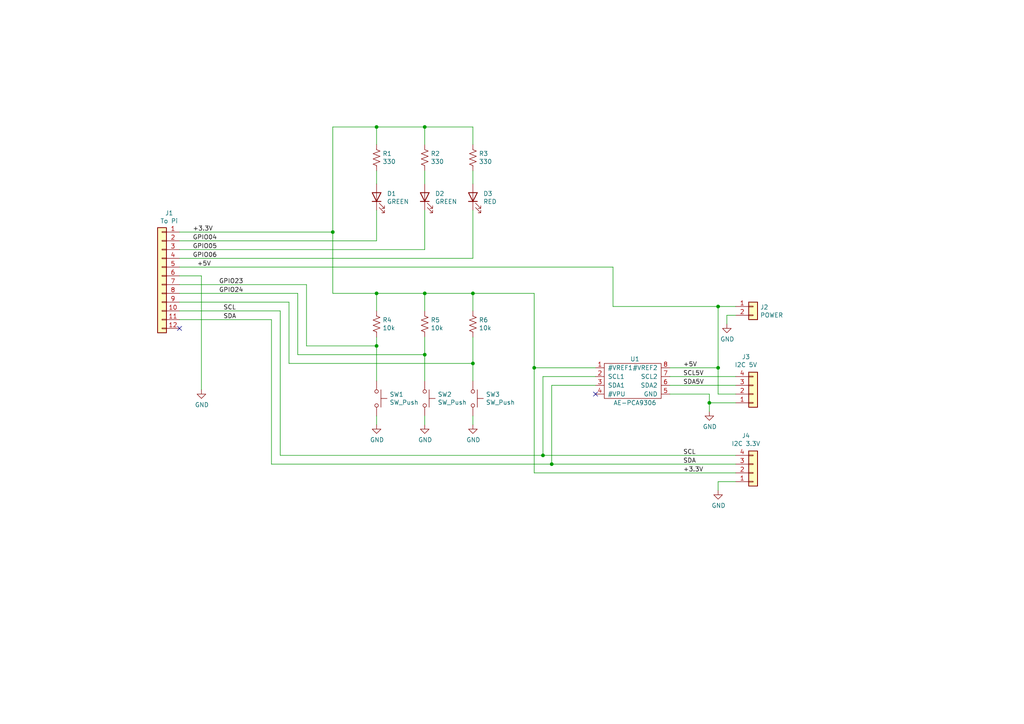
<source format=kicad_sch>
(kicad_sch (version 20230121) (generator eeschema)
  (paper "A4")
  (title_block (title "M915 Pi Generic Interface") (date "2022-04-04") (rev "0.00") (company "AMPSD Kyushu Univ. ") (comment 1 "M.Horimoto"))
  (lib_symbols
    (symbol "Akizuki:AE-PCA9306" (pin_names (offset 1.016))
      (property "Reference" "U" (at 0 8.89 0))
      (property "Value" "AE-PCA9306" (at 0 -6.35 0))
      (symbol "AE-PCA9306_0_1"
        (rectangle (start -8.89 6.35) (end 7.62 -3.81))
      )
      (symbol "AE-PCA9306_1_1"
        (pin power_in line (at -11.43 5.08 0) (length 2.54) (name "#VREF1") (number "1"))
        (pin bidirectional line (at -11.43 2.54 0) (length 2.54) (name "SCL1") (number "2"))
        (pin bidirectional line (at -11.43 0 0) (length 2.54) (name "SDA1") (number "3"))
        (pin power_in line (at -11.43 -2.54 0) (length 2.54) (name "#VPU") (number "4"))
        (pin passive line (at 10.16 -2.54 180) (length 2.54) (name "GND") (number "5"))
        (pin bidirectional line (at 10.16 0 180) (length 2.54) (name "SDA2") (number "6"))
        (pin bidirectional line (at 10.16 2.54 180) (length 2.54) (name "SCL2") (number "7"))
        (pin power_in line (at 10.16 5.08 180) (length 2.54) (name "#VREF2") (number "8"))
      )
    )
    (symbol "Connector_Generic:Conn_01x02" (pin_names (offset 1.016) hide)
      (property "Reference" "J" (at 0 2.54 0))
      (property "Value" "Conn_01x02" (at 0 -5.08 0))
      (symbol "Conn_01x02_1_1"
        (rectangle (start -1.27 -2.413) (end 0 -2.667) (stroke (width 0.1524)))
        (rectangle (start -1.27 0.127) (end 0 -0.127) (stroke (width 0.1524)))
        (rectangle (start -1.27 1.27) (end 1.27 -3.81) (stroke (width 0.254)) (fill (type background)))
        (pin passive line (at -5.08 0 0) (length 3.81) (name "Pin_1") (number "1"))
        (pin passive line (at -5.08 -2.54 0) (length 3.81) (name "Pin_2") (number "2"))
      )
    )
    (symbol "Connector_Generic:Conn_01x04" (pin_names (offset 1.016) hide)
      (property "Reference" "J" (at 0 5.08 0))
      (property "Value" "Conn_01x04" (at 0 -7.62 0))
      (symbol "Conn_01x04_1_1"
        (rectangle (start -1.27 -4.953) (end 0 -5.207) (stroke (width 0.1524)))
        (rectangle (start -1.27 -2.413) (end 0 -2.667) (stroke (width 0.1524)))
        (rectangle (start -1.27 0.127) (end 0 -0.127) (stroke (width 0.1524)))
        (rectangle (start -1.27 2.667) (end 0 2.413) (stroke (width 0.1524)))
        (rectangle (start -1.27 3.81) (end 1.27 -6.35) (stroke (width 0.254)) (fill (type background)))
        (pin passive line (at -5.08 2.54 0) (length 3.81) (name "Pin_1") (number "1"))
        (pin passive line (at -5.08 0 0) (length 3.81) (name "Pin_2") (number "2"))
        (pin passive line (at -5.08 -2.54 0) (length 3.81) (name "Pin_3") (number "3"))
        (pin passive line (at -5.08 -5.08 0) (length 3.81) (name "Pin_4") (number "4"))
      )
    )
    (symbol "Connector_Generic:Conn_01x12" (pin_names (offset 1.016) hide)
      (property "Reference" "J" (at 0 15.24 0))
      (property "Value" "Conn_01x12" (at 0 -17.78 0))
      (symbol "Conn_01x12_1_1"
        (rectangle (start -1.27 -15.113) (end 0 -15.367) (stroke (width 0.1524)))
        (rectangle (start -1.27 -12.573) (end 0 -12.827) (stroke (width 0.1524)))
        (rectangle (start -1.27 -10.033) (end 0 -10.287) (stroke (width 0.1524)))
        (rectangle (start -1.27 -7.493) (end 0 -7.747) (stroke (width 0.1524)))
        (rectangle (start -1.27 -4.953) (end 0 -5.207) (stroke (width 0.1524)))
        (rectangle (start -1.27 -2.413) (end 0 -2.667) (stroke (width 0.1524)))
        (rectangle (start -1.27 0.127) (end 0 -0.127) (stroke (width 0.1524)))
        (rectangle (start -1.27 2.667) (end 0 2.413) (stroke (width 0.1524)))
        (rectangle (start -1.27 5.207) (end 0 4.953) (stroke (width 0.1524)))
        (rectangle (start -1.27 7.747) (end 0 7.493) (stroke (width 0.1524)))
        (rectangle (start -1.27 10.287) (end 0 10.033) (stroke (width 0.1524)))
        (rectangle (start -1.27 12.827) (end 0 12.573) (stroke (width 0.1524)))
        (rectangle (start -1.27 13.97) (end 1.27 -16.51) (stroke (width 0.254)) (fill (type background)))
        (pin passive line (at -5.08 12.7 0) (length 3.81) (name "Pin_1") (number "1"))
        (pin passive line (at -5.08 -10.16 0) (length 3.81) (name "Pin_10") (number "10"))
        (pin passive line (at -5.08 -12.7 0) (length 3.81) (name "Pin_11") (number "11"))
        (pin passive line (at -5.08 -15.24 0) (length 3.81) (name "Pin_12") (number "12"))
        (pin passive line (at -5.08 10.16 0) (length 3.81) (name "Pin_2") (number "2"))
        (pin passive line (at -5.08 7.62 0) (length 3.81) (name "Pin_3") (number "3"))
        (pin passive line (at -5.08 5.08 0) (length 3.81) (name "Pin_4") (number "4"))
        (pin passive line (at -5.08 2.54 0) (length 3.81) (name "Pin_5") (number "5"))
        (pin passive line (at -5.08 0 0) (length 3.81) (name "Pin_6") (number "6"))
        (pin passive line (at -5.08 -2.54 0) (length 3.81) (name "Pin_7") (number "7"))
        (pin passive line (at -5.08 -5.08 0) (length 3.81) (name "Pin_8") (number "8"))
        (pin passive line (at -5.08 -7.62 0) (length 3.81) (name "Pin_9") (number "9"))
      )
    )
    (symbol "Device:LED" (pin_numbers hide) (pin_names (offset 1.016) hide)
      (property "Reference" "D" (at 0 2.54 0))
      (property "Value" "LED" (at 0 -2.54 0))
      (symbol "LED_0_1"
        (polyline (pts (xy -1.27 -1.27) (xy -1.27 1.27)) (stroke (width 0.254)))
        (polyline (pts (xy -1.27 0) (xy 1.27 0)))
        (polyline (pts (xy 1.27 -1.27) (xy 1.27 1.27) (xy -1.27 0) (xy 1.27 -1.27)) (stroke (width 0.254)))
        (polyline (pts (xy -3.048 -0.762) (xy -4.572 -2.286) (xy -3.81 -2.286) (xy -4.572 -2.286) (xy -4.572 -1.524)))
        (polyline (pts (xy -1.778 -0.762) (xy -3.302 -2.286) (xy -2.54 -2.286) (xy -3.302 -2.286) (xy -3.302 -1.524)))
      )
      (symbol "LED_1_1"
        (pin passive line (at -3.81 0 0) (length 2.54) (name "K") (number "1"))
        (pin passive line (at 3.81 0 180) (length 2.54) (name "A") (number "2"))
      )
    )
    (symbol "Device:R_US" (pin_numbers hide) (pin_names (offset 0))
      (property "Reference" "R" (at 2.54 0 90))
      (property "Value" "R_US" (at -2.54 0 90))
      (symbol "R_US_0_1"
        (polyline (pts (xy 0 -2.286) (xy 0 -2.54)))
        (polyline (pts (xy 0 2.286) (xy 0 2.54)))
        (polyline (pts (xy 0 -0.762) (xy 1.016 -1.143) (xy 0 -1.524) (xy -1.016 -1.905) (xy 0 -2.286)))
        (polyline (pts (xy 0 0.762) (xy 1.016 0.381) (xy 0 0) (xy -1.016 -0.381) (xy 0 -0.762)))
        (polyline (pts (xy 0 2.286) (xy 1.016 1.905) (xy 0 1.524) (xy -1.016 1.143) (xy 0 0.762)))
      )
      (symbol "R_US_1_1"
        (pin passive line (at 0 3.81 270) (length 1.27) (name "~") (number "1"))
        (pin passive line (at 0 -3.81 90) (length 1.27) (name "~") (number "2"))
      )
    )
    (symbol "Switch:SW_Push" (pin_numbers hide) (pin_names (offset 1.016) hide)
      (property "Reference" "SW" (at 1.27 2.54 0))
      (property "Value" "SW_Push" (at 0 -1.524 0))
      (symbol "SW_Push_0_1"
        (circle (center -2.032 0) (radius 0.508))
        (polyline (pts (xy 0 1.27) (xy 0 3.048)))
        (polyline (pts (xy 2.54 1.27) (xy -2.54 1.27)))
        (circle (center 2.032 0) (radius 0.508))
        (pin passive line (at -5.08 0 0) (length 2.54) (name "1") (number "1"))
        (pin passive line (at 5.08 0 180) (length 2.54) (name "2") (number "2"))
      )
    )
    (symbol "power:GND" (power) (pin_names (offset 0))
      (property "Value" "GND" (at 0 -3.81 0))
      (symbol "GND_0_1"
        (polyline (pts (xy 0 0) (xy 0 -1.27) (xy 1.27 -1.27) (xy 0 -2.54) (xy -1.27 -1.27) (xy 0 -1.27)))
      )
      (symbol "GND_1_1"
        (pin power_in line (at 0 0 270) (length 0) hide (name "GND") (number "1"))
      )
    )
  )
  (junction (at 109.22 36.83))
  (junction (at 123.19 85.09))
  (junction (at 109.22 85.09))
  (junction (at 208.28 106.68))
  (junction (at 109.22 100.33))
  (junction (at 205.74 116.84))
  (junction (at 160.02 134.62))
  (junction (at 123.19 36.83))
  (junction (at 96.52 67.31))
  (junction (at 154.94 106.68))
  (junction (at 157.48 132.08))
  (junction (at 208.28 88.9))
  (junction (at 137.16 85.09))
  (junction (at 123.19 102.87))
  (junction (at 137.16 105.41))
  (no_connect (at 172.72 114.3))
  (no_connect (at 52.07 95.25))
  (wire (pts (xy 109.22 97.79) (xy 109.22 100.33)))
  (wire (pts (xy 123.19 97.79) (xy 123.19 102.87)))
  (wire (pts (xy 81.28 90.17) (xy 52.07 90.17)))
  (wire (pts (xy 109.22 60.96) (xy 109.22 69.85)))
  (wire (pts (xy 194.31 114.3) (xy 205.74 114.3)))
  (wire (pts (xy 137.16 105.41) (xy 137.16 110.49)))
  (wire (pts (xy 160.02 111.76) (xy 160.02 134.62)))
  (wire (pts (xy 177.8 88.9) (xy 208.28 88.9)))
  (wire (pts (xy 52.07 77.47) (xy 177.8 77.47)))
  (wire (pts (xy 52.07 67.31) (xy 96.52 67.31)))
  (wire (pts (xy 123.19 36.83) (xy 137.16 36.83)))
  (wire (pts (xy 109.22 85.09) (xy 123.19 85.09)))
  (wire (pts (xy 160.02 134.62) (xy 78.74 134.62)))
  (wire (pts (xy 208.28 106.68) (xy 208.28 114.3)))
  (wire (pts (xy 137.16 74.93) (xy 52.07 74.93)))
  (wire (pts (xy 83.82 105.41) (xy 83.82 87.63)))
  (wire (pts (xy 88.9 82.55) (xy 52.07 82.55)))
  (wire (pts (xy 78.74 134.62) (xy 78.74 92.71)))
  (wire (pts (xy 123.19 85.09) (xy 137.16 85.09)))
  (wire (pts (xy 88.9 100.33) (xy 88.9 82.55)))
  (wire (pts (xy 157.48 132.08) (xy 81.28 132.08)))
  (wire (pts (xy 58.42 80.01) (xy 58.42 113.03)))
  (wire (pts (xy 208.28 139.7) (xy 208.28 142.24)))
  (wire (pts (xy 210.82 91.44) (xy 210.82 93.98)))
  (wire (pts (xy 109.22 100.33) (xy 109.22 110.49)))
  (wire (pts (xy 137.16 60.96) (xy 137.16 74.93)))
  (wire (pts (xy 109.22 90.17) (xy 109.22 85.09)))
  (wire (pts (xy 137.16 85.09) (xy 137.16 90.17)))
  (wire (pts (xy 123.19 72.39) (xy 123.19 60.96)))
  (wire (pts (xy 137.16 97.79) (xy 137.16 105.41)))
  (wire (pts (xy 208.28 114.3) (xy 213.36 114.3)))
  (wire (pts (xy 154.94 106.68) (xy 172.72 106.68)))
  (wire (pts (xy 208.28 88.9) (xy 208.28 106.68)))
  (wire (pts (xy 109.22 69.85) (xy 52.07 69.85)))
  (wire (pts (xy 154.94 106.68) (xy 154.94 137.16)))
  (wire (pts (xy 205.74 114.3) (xy 205.74 116.84)))
  (wire (pts (xy 172.72 111.76) (xy 160.02 111.76)))
  (wire (pts (xy 137.16 49.53) (xy 137.16 53.34)))
  (wire (pts (xy 154.94 85.09) (xy 154.94 106.68)))
  (wire (pts (xy 213.36 134.62) (xy 160.02 134.62)))
  (wire (pts (xy 123.19 102.87) (xy 86.36 102.87)))
  (wire (pts (xy 81.28 132.08) (xy 81.28 90.17)))
  (wire (pts (xy 109.22 120.65) (xy 109.22 123.19)))
  (wire (pts (xy 123.19 49.53) (xy 123.19 53.34)))
  (wire (pts (xy 109.22 100.33) (xy 88.9 100.33)))
  (wire (pts (xy 137.16 41.91) (xy 137.16 36.83)))
  (wire (pts (xy 123.19 102.87) (xy 123.19 110.49)))
  (wire (pts (xy 177.8 77.47) (xy 177.8 88.9)))
  (wire (pts (xy 52.07 72.39) (xy 123.19 72.39)))
  (wire (pts (xy 123.19 90.17) (xy 123.19 85.09)))
  (wire (pts (xy 208.28 88.9) (xy 213.36 88.9)))
  (wire (pts (xy 213.36 91.44) (xy 210.82 91.44)))
  (wire (pts (xy 194.31 109.22) (xy 213.36 109.22)))
  (wire (pts (xy 86.36 85.09) (xy 52.07 85.09)))
  (wire (pts (xy 154.94 137.16) (xy 213.36 137.16)))
  (wire (pts (xy 96.52 67.31) (xy 96.52 36.83)))
  (wire (pts (xy 194.31 106.68) (xy 208.28 106.68)))
  (wire (pts (xy 109.22 49.53) (xy 109.22 53.34)))
  (wire (pts (xy 205.74 116.84) (xy 205.74 119.38)))
  (wire (pts (xy 109.22 41.91) (xy 109.22 36.83)))
  (wire (pts (xy 123.19 41.91) (xy 123.19 36.83)))
  (wire (pts (xy 86.36 102.87) (xy 86.36 85.09)))
  (wire (pts (xy 52.07 80.01) (xy 58.42 80.01)))
  (wire (pts (xy 78.74 92.71) (xy 52.07 92.71)))
  (wire (pts (xy 137.16 105.41) (xy 83.82 105.41)))
  (wire (pts (xy 194.31 111.76) (xy 213.36 111.76)))
  (wire (pts (xy 96.52 85.09) (xy 109.22 85.09)))
  (wire (pts (xy 83.82 87.63) (xy 52.07 87.63)))
  (wire (pts (xy 213.36 139.7) (xy 208.28 139.7)))
  (wire (pts (xy 172.72 109.22) (xy 157.48 109.22)))
  (wire (pts (xy 137.16 120.65) (xy 137.16 123.19)))
  (wire (pts (xy 157.48 109.22) (xy 157.48 132.08)))
  (wire (pts (xy 96.52 67.31) (xy 96.52 85.09)))
  (wire (pts (xy 109.22 36.83) (xy 123.19 36.83)))
  (wire (pts (xy 96.52 36.83) (xy 109.22 36.83)))
  (wire (pts (xy 213.36 132.08) (xy 157.48 132.08)))
  (wire (pts (xy 213.36 116.84) (xy 205.74 116.84)))
  (wire (pts (xy 137.16 85.09) (xy 154.94 85.09)))
  (wire (pts (xy 123.19 120.65) (xy 123.19 123.19)))
  (label "SCL" (at 64.77 90.17 0))
  (label "GPIO23" (at 63.5 82.55 0))
  (label "SCL" (at 198.12 132.08 0))
  (label "+3.3V" (at 55.88 67.31 0))
  (label "+5V" (at 198.12 106.68 0))
  (label "SDA" (at 64.77 92.71 0))
  (label "GPIO05" (at 55.88 72.39 0))
  (label "SDA" (at 198.12 134.62 0))
  (label "GPIO24" (at 63.5 85.09 0))
  (label "SDA5V" (at 198.12 111.76 0))
  (label "GPIO06" (at 55.88 74.93 0))
  (label "+5V" (at 57.15 77.47 0))
  (label "+3.3V" (at 198.12 137.16 0))
  (label "SCL5V" (at 198.12 109.22 0))
  (label "GPIO04" (at 55.88 69.85 0))
  (symbol (lib_id "Connector_Generic:Conn_01x12") (at 46.99 80.01 0) (mirror y) (unit 1)
    (property "Reference" "J1" (at 49.0728 61.7982 0))
    (property "Value" "To Pi" (at 49.0728 64.1096 0))
    (property "Footprint" "Connector_JST:JST_XH_B12B-XH-A_1x12_P2.50mm_Vertical" (effects hide))
  )
  (symbol (lib_id "Device:LED") (at 109.22 57.15 90) (unit 1)
    (property "Reference" "D1" (at 112.2172 56.1594 90) (effects (justify right)))
    (property "Value" "GREEN" (at 112.2172 58.4708 90) (effects (justify right)))
    (property "Footprint" "LED_THT:LED_D3.0mm" (effects hide))
  )
  (symbol (lib_id "Device:LED") (at 123.19 57.15 90) (unit 1)
    (property "Reference" "D2" (at 126.1872 56.1594 90) (effects (justify right)))
    (property "Value" "GREEN" (at 126.1872 58.4708 90) (effects (justify right)))
    (property "Footprint" "LED_THT:LED_D3.0mm" (effects hide))
  )
  (symbol (lib_id "Device:LED") (at 137.16 57.15 90) (unit 1)
    (property "Reference" "D3" (at 140.1572 56.1594 90) (effects (justify right)))
    (property "Value" "RED" (at 140.1572 58.4708 90) (effects (justify right)))
    (property "Footprint" "LED_THT:LED_D3.0mm" (effects hide))
  )
  (symbol (lib_id "Device:R_US") (at 109.22 45.72 0) (unit 1)
    (property "Reference" "R1" (at 110.9472 44.5516 0) (effects (justify left)))
    (property "Value" "330" (at 110.9472 46.863 0) (effects (justify left)))
    (property "Footprint" "Resistor_THT:R_Axial_DIN0309_L9.0mm_D3.2mm_P12.70mm_Horizontal" (effects hide))
  )
  (symbol (lib_id "Device:R_US") (at 123.19 45.72 0) (unit 1)
    (property "Reference" "R2" (at 124.9172 44.5516 0) (effects (justify left)))
    (property "Value" "330" (at 124.9172 46.863 0) (effects (justify left)))
    (property "Footprint" "Resistor_THT:R_Axial_DIN0309_L9.0mm_D3.2mm_P12.70mm_Horizontal" (effects hide))
  )
  (symbol (lib_id "Device:R_US") (at 137.16 45.72 0) (unit 1)
    (property "Reference" "R3" (at 138.8872 44.5516 0) (effects (justify left)))
    (property "Value" "330" (at 138.8872 46.863 0) (effects (justify left)))
    (property "Footprint" "Resistor_THT:R_Axial_DIN0309_L9.0mm_D3.2mm_P12.70mm_Horizontal" (effects hide))
  )
  (symbol (lib_id "Device:R_US") (at 109.22 93.98 0) (unit 1)
    (property "Reference" "R4" (at 110.9472 92.8116 0) (effects (justify left)))
    (property "Value" "10k" (at 110.9472 95.123 0) (effects (justify left)))
    (property "Footprint" "Resistor_THT:R_Axial_DIN0309_L9.0mm_D3.2mm_P12.70mm_Horizontal" (effects hide))
  )
  (symbol (lib_id "Device:R_US") (at 123.19 93.98 0) (unit 1)
    (property "Reference" "R5" (at 124.9172 92.8116 0) (effects (justify left)))
    (property "Value" "10k" (at 124.9172 95.123 0) (effects (justify left)))
    (property "Footprint" "Resistor_THT:R_Axial_DIN0309_L9.0mm_D3.2mm_P12.70mm_Horizontal" (effects hide))
  )
  (symbol (lib_id "Device:R_US") (at 137.16 93.98 0) (unit 1)
    (property "Reference" "R6" (at 138.8872 92.8116 0) (effects (justify left)))
    (property "Value" "10k" (at 138.8872 95.123 0) (effects (justify left)))
    (property "Footprint" "Resistor_THT:R_Axial_DIN0309_L9.0mm_D3.2mm_P12.70mm_Horizontal" (effects hide))
  )
  (symbol (lib_id "Connector_Generic:Conn_01x02") (at 218.44 88.9 0) (unit 1)
    (property "Reference" "J2" (at 220.472 89.1032 0) (effects (justify left)))
    (property "Value" "POWER" (at 220.472 91.4146 0) (effects (justify left)))
    (property "Footprint" "Connector_JST:JST_XH_B2B-XH-A_1x02_P2.50mm_Vertical" (effects hide))
  )
  (symbol (lib_id "Connector_Generic:Conn_01x04") (at 218.44 114.3 0) (mirror x) (unit 1)
    (property "Reference" "J3" (at 216.3572 103.505 0))
    (property "Value" "I2C 5V" (at 216.3572 105.8164 0))
    (property "Footprint" "Connector_JST:JST_XH_B4B-XH-A_1x04_P2.50mm_Vertical" (effects hide))
  )
  (symbol (lib_id "Switch:SW_Push") (at 109.22 115.57 270) (unit 1)
    (property "Reference" "SW1" (at 112.9792 114.4016 90) (effects (justify left)))
    (property "Value" "SW_Push" (at 112.9792 116.713 90) (effects (justify left)))
    (property "Footprint" "HOLLY:TVDT18-050" (effects hide))
  )
  (symbol (lib_id "Switch:SW_Push") (at 123.19 115.57 270) (unit 1)
    (property "Reference" "SW2" (at 126.9492 114.4016 90) (effects (justify left)))
    (property "Value" "SW_Push" (at 126.9492 116.713 90) (effects (justify left)))
    (property "Footprint" "HOLLY:TVDT18-050" (effects hide))
  )
  (symbol (lib_id "Switch:SW_Push") (at 137.16 115.57 270) (unit 1)
    (property "Reference" "SW3" (at 140.9192 114.4016 90) (effects (justify left)))
    (property "Value" "SW_Push" (at 140.9192 116.713 90) (effects (justify left)))
    (property "Footprint" "HOLLY:TVDT18-050" (effects hide))
  )
  (symbol (lib_id "Connector_Generic:Conn_01x04") (at 218.44 137.16 0) (mirror x) (unit 1)
    (property "Reference" "J4" (at 216.3572 126.365 0))
    (property "Value" "I2C 3.3V" (at 216.3572 128.6764 0))
    (property "Footprint" "Connector_JST:JST_XH_B4B-XH-A_1x04_P2.50mm_Vertical" (effects hide))
  )
  (symbol (lib_id "power:GND") (at 58.42 113.03 0) (unit 1)
    (property "Reference" "#PWR0101" (effects hide))
    (property "Value" "GND" (at 58.547 117.4242 0))
  )
  (symbol (lib_id "power:GND") (at 210.82 93.98 0) (unit 1)
    (property "Reference" "#PWR0102" (effects hide))
    (property "Value" "GND" (at 210.947 98.3742 0))
  )
  (symbol (lib_id "power:GND") (at 205.74 119.38 0) (unit 1)
    (property "Reference" "#PWR0103" (effects hide))
    (property "Value" "GND" (at 205.867 123.7742 0))
  )
  (symbol (lib_id "power:GND") (at 208.28 142.24 0) (unit 1)
    (property "Reference" "#PWR0104" (effects hide))
    (property "Value" "GND" (at 208.407 146.6342 0))
  )
  (symbol (lib_id "power:GND") (at 137.16 123.19 0) (unit 1)
    (property "Reference" "#PWR0105" (effects hide))
    (property "Value" "GND" (at 137.287 127.5842 0))
  )
  (symbol (lib_id "power:GND") (at 123.19 123.19 0) (unit 1)
    (property "Reference" "#PWR0106" (effects hide))
    (property "Value" "GND" (at 123.317 127.5842 0))
  )
  (symbol (lib_id "power:GND") (at 109.22 123.19 0) (unit 1)
    (property "Reference" "#PWR0107" (effects hide))
    (property "Value" "GND" (at 109.347 127.5842 0))
  )
  (symbol (lib_id "Akizuki:AE-PCA9306") (at 184.15 111.76 0) (unit 1)
    (property "Reference" "U1" (at 184.15 104.14 0))
    (property "Value" "AE-PCA9306" (at 184.15 116.84 0))
    (property "Footprint" "Akizuki:AE-PCA9306" (effects hide))
  )
)
</source>
